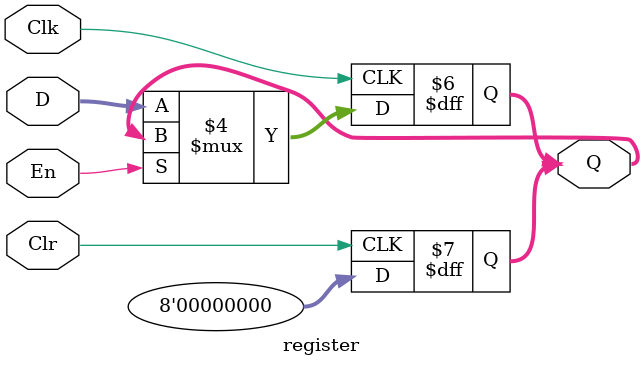
<source format=v>
module register #(parameter WIDTH = 8)
(
    input [WIDTH-1:0] D, // input data to write to reg
    output reg [WIDTH-1:0] Q, // output data to read from reg
    input En, // enable
    input Clk, // clock
    input Clr // clear
);

// asynchronous reset
always @(posedge Clr)
begin
    Q <= 0;
end

// get the next input on the rising clock edge
always @(posedge Clk)
begin
    if(~En)
    begin
        Q <= D;
    end
end
endmodule

</source>
